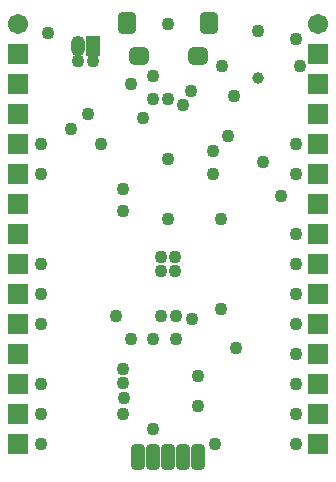
<source format=gbs>
G04*
G04 #@! TF.GenerationSoftware,Altium Limited,Altium Designer,21.2.2 (38)*
G04*
G04 Layer_Color=16711935*
%FSLAX25Y25*%
%MOIN*%
G70*
G04*
G04 #@! TF.SameCoordinates,0000E620-6A5C-4488-86E2-F855693774CC*
G04*
G04*
G04 #@! TF.FilePolarity,Negative*
G04*
G01*
G75*
G04:AMPARAMS|DCode=56|XSize=47.37mil|YSize=86.74mil|CornerRadius=13.84mil|HoleSize=0mil|Usage=FLASHONLY|Rotation=0.000|XOffset=0mil|YOffset=0mil|HoleType=Round|Shape=RoundedRectangle|*
%AMROUNDEDRECTD56*
21,1,0.04737,0.05906,0,0,0.0*
21,1,0.01968,0.08674,0,0,0.0*
1,1,0.02769,0.00984,-0.02953*
1,1,0.02769,-0.00984,-0.02953*
1,1,0.02769,-0.00984,0.02953*
1,1,0.02769,0.00984,0.02953*
%
%ADD56ROUNDEDRECTD56*%
%ADD61C,0.06706*%
%ADD62R,0.06706X0.06706*%
%ADD63C,0.03950*%
%ADD64R,0.06706X0.06706*%
%ADD65O,0.04737X0.06863*%
%ADD66R,0.04737X0.06800*%
G04:AMPARAMS|DCode=67|XSize=74.93mil|YSize=63.12mil|CornerRadius=17.78mil|HoleSize=0mil|Usage=FLASHONLY|Rotation=270.000|XOffset=0mil|YOffset=0mil|HoleType=Round|Shape=RoundedRectangle|*
%AMROUNDEDRECTD67*
21,1,0.07493,0.02756,0,0,270.0*
21,1,0.03937,0.06312,0,0,270.0*
1,1,0.03556,-0.01378,-0.01968*
1,1,0.03556,-0.01378,0.01968*
1,1,0.03556,0.01378,0.01968*
1,1,0.03556,0.01378,-0.01968*
%
%ADD67ROUNDEDRECTD67*%
G04:AMPARAMS|DCode=68|XSize=68mil|YSize=57.21mil|CornerRadius=16.3mil|HoleSize=0mil|Usage=FLASHONLY|Rotation=180.000|XOffset=0mil|YOffset=0mil|HoleType=Round|Shape=RoundedRectangle|*
%AMROUNDEDRECTD68*
21,1,0.06800,0.02461,0,0,180.0*
21,1,0.03539,0.05721,0,0,180.0*
1,1,0.03261,-0.01770,0.01230*
1,1,0.03261,0.01770,0.01230*
1,1,0.03261,0.01770,-0.01230*
1,1,0.03261,-0.01770,-0.01230*
%
%ADD68ROUNDEDRECTD68*%
%ADD69C,0.04343*%
D56*
X-10000Y-14500D02*
D03*
X-5000D02*
D03*
X0D02*
D03*
X5000D02*
D03*
X10000D02*
D03*
D61*
X-50000Y130000D02*
D03*
X50000D02*
D03*
D62*
X-50000Y40000D02*
D03*
X50000Y0D02*
D03*
X50000Y80000D02*
D03*
X50000Y-10000D02*
D03*
X-50000Y0D02*
D03*
Y110000D02*
D03*
Y100000D02*
D03*
X50000Y30000D02*
D03*
Y20000D02*
D03*
Y10000D02*
D03*
Y40000D02*
D03*
Y50000D02*
D03*
Y60000D02*
D03*
Y70000D02*
D03*
Y110000D02*
D03*
X-50000Y120000D02*
D03*
X50000Y100000D02*
D03*
X-50000Y10000D02*
D03*
Y20000D02*
D03*
Y30000D02*
D03*
Y50000D02*
D03*
Y60000D02*
D03*
Y70000D02*
D03*
Y80000D02*
D03*
Y90000D02*
D03*
Y-10000D02*
D03*
D63*
X30000Y112000D02*
D03*
D64*
X50000Y120000D02*
D03*
Y90000D02*
D03*
D65*
X-29961Y122500D02*
D03*
D66*
X-25039D02*
D03*
D67*
X-13780Y130098D02*
D03*
X13780D02*
D03*
D68*
X-9843Y119370D02*
D03*
X9843D02*
D03*
D69*
X-15000Y75000D02*
D03*
X5000Y103000D02*
D03*
X22500Y22000D02*
D03*
X31500Y84000D02*
D03*
X20000Y92500D02*
D03*
X-32500Y95000D02*
D03*
X-17500Y32500D02*
D03*
X17500Y34752D02*
D03*
X-15000Y15000D02*
D03*
X42500Y40000D02*
D03*
X-22500Y90000D02*
D03*
X0Y130000D02*
D03*
X-8500Y98500D02*
D03*
X-42500Y90000D02*
D03*
Y80000D02*
D03*
Y50000D02*
D03*
Y40000D02*
D03*
Y30000D02*
D03*
Y10000D02*
D03*
Y0D02*
D03*
X42500Y90000D02*
D03*
Y80000D02*
D03*
Y-10000D02*
D03*
Y0D02*
D03*
Y10000D02*
D03*
Y20000D02*
D03*
Y50000D02*
D03*
Y60000D02*
D03*
X22000Y105748D02*
D03*
X0Y105000D02*
D03*
X-5000D02*
D03*
X2500Y32500D02*
D03*
X-15063Y10062D02*
D03*
X-14821Y5216D02*
D03*
X-15000Y0D02*
D03*
X15500Y-10000D02*
D03*
X-5000Y-5000D02*
D03*
X-2500Y32500D02*
D03*
X10000Y2500D02*
D03*
X2500Y25000D02*
D03*
X-5000D02*
D03*
X-12500D02*
D03*
X-30000Y117500D02*
D03*
X-25000D02*
D03*
X-42500Y-10000D02*
D03*
X7500Y107500D02*
D03*
X15000Y87500D02*
D03*
X42500Y30000D02*
D03*
X37500Y72500D02*
D03*
X-40000Y126752D02*
D03*
X30000Y127500D02*
D03*
X-5000Y112500D02*
D03*
X0Y85000D02*
D03*
X-15000Y67500D02*
D03*
X-26648Y100000D02*
D03*
X0Y65000D02*
D03*
X-12500Y110000D02*
D03*
X15000Y80000D02*
D03*
X17500Y65000D02*
D03*
X42500Y125000D02*
D03*
X44000Y116000D02*
D03*
X18000D02*
D03*
X8000Y31500D02*
D03*
X10000Y12500D02*
D03*
X-2362Y47638D02*
D03*
X2362D02*
D03*
Y52362D02*
D03*
X-2362D02*
D03*
M02*

</source>
